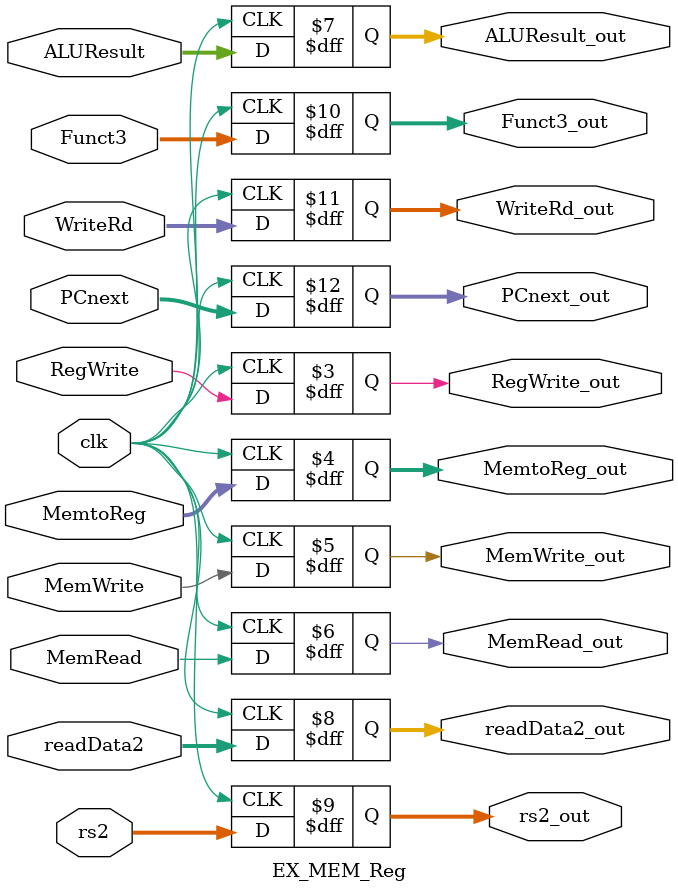
<source format=v>
`timescale 1ns / 1ps


module EX_MEM_Reg(
    input wire clk,
    input wire RegWrite, // WB1
    input wire[1:0] MemtoReg, //WB2
    input wire MemWrite, // MEM2
    input wire MemRead, // MEM3
    input wire[31:0] ALUResult, 
    input wire[31:0] readData2,
    input wire [4:0] rs2,
    input wire[2:0] Funct3,
    input wire[4:0] WriteRd, 
    input wire[31:0] PCnext,
    output reg RegWrite_out, // WB1
    output reg[1:0] MemtoReg_out, // WB2
    output reg MemWrite_out, // MEM2
    output reg MemRead_out, // MEM3
    output reg[31:0] ALUResult_out,
    output reg[31:0] readData2_out,
    output reg [4:0] rs2_out,
    output reg[2:0] Funct3_out,
    output reg[4:0] WriteRd_out,
    output reg[31:0] PCnext_out
    );

    initial begin
        RegWrite_out = 1'b0;
        MemtoReg_out = 2'b0;
        // Branch_out = 1'b0;
        MemWrite_out = 1'b0;
        MemRead_out = 1'b0;
        // Jump_out = 2'b0;
        // AddSum_out = 32'b0;
        // zero_out = 1'b0;
        ALUResult_out = 32'b0;
        readData2_out = 32'b0;
        rs2_out = 5'b0;
        Funct3_out = 3'b0;
        WriteRd_out = 5'b0;
        PCnext_out = 32'b0;
    end

    always @(posedge clk ) begin
        RegWrite_out <= RegWrite;
        MemtoReg_out <= MemtoReg;
        // Branch_out <= Branch;
        MemWrite_out <= MemWrite;
        MemRead_out <= MemRead;
        // Jump_out <= Jump;
        // AddSum_out <= AddSum;
        // zero_out <= zero;
        ALUResult_out <= ALUResult;
        readData2_out <= readData2;
        rs2_out <= rs2;
        Funct3_out <= Funct3;
        WriteRd_out <= WriteRd;
        PCnext_out <= PCnext;
    end

endmodule
</source>
